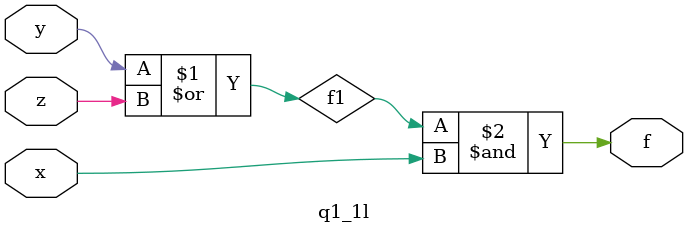
<source format=v>
module q1_1l(x,y,z,f);
input x,y,z;
output f;
or(f1,y,z);
and(f,f1,x);
endmodule



</source>
